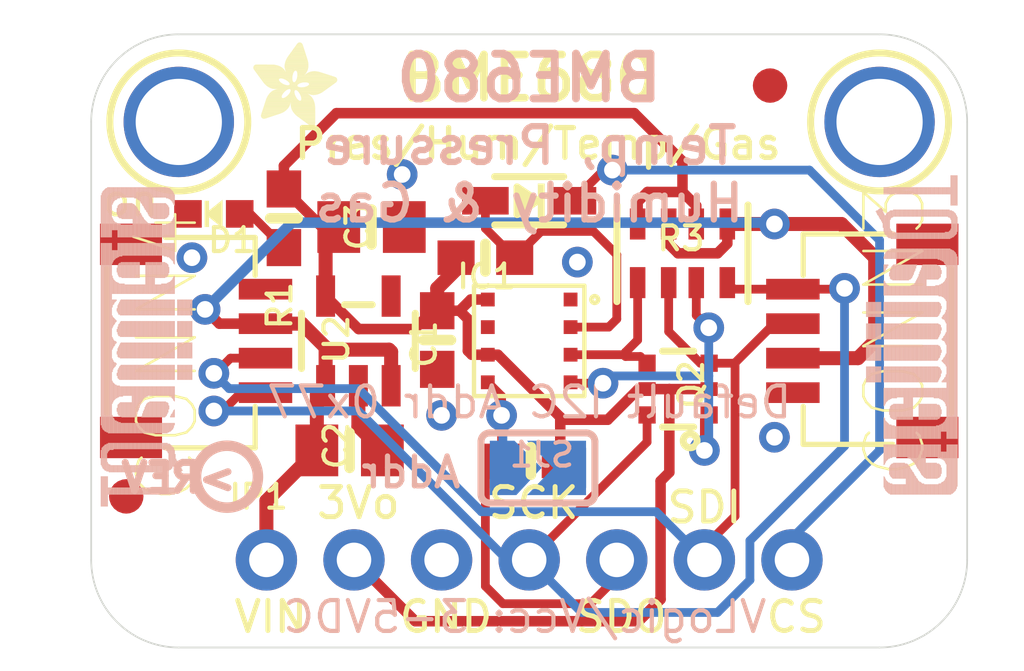
<source format=kicad_pcb>
(kicad_pcb (version 20211014) (generator pcbnew)
  (layers (0 "F.Cu" signal) (31 "B.Cu" signal) (34 "B.Paste" user) (35 "F.Paste" user) (36 "B.SilkS" user "B.Silkscreen") (37 "F.SilkS" user "F.Silkscreen") (38 "B.Mask" user) (39 "F.Mask" user) (44 "Edge.Cuts" user))
  (net 0 "")
  (net 1 "GND")
  (net 2 "3.3V")
  (net 3 "VCC")
  (net 4 "N$1")
  (net 5 "SDI_3V")
  (net 6 "SCK_3V")
  (net 7 "CS_3V")
  (net 8 "SDO/ADR")
  (net 9 "SDI/SDA")
  (net 10 "SCK/SCL")
  (net 11 "CS")
  (footprint "boardEagle:0603-NO" (layer "F.Cu") (at 147.2311 102.5906 180)
    (fp_text reference "R5" hide)
    (fp_text value "10K")
    (pad "1" smd rect (at -0.85 0 180) (size 1.075 1) (layers "F.Cu" "F.Paste" "F.Mask") (net 7 "CS_3V"))
    (pad "2" smd rect (at 0.85 0 180) (size 1.075 1) (layers "F.Cu" "F.Paste" "F.Mask") (net 2 "3.3V"))
  )
  (footprint "" (layer "F.Cu") (at 158.6611 111.3536)
    (fp_text reference "@HOLE1" hide)
    (fp_text value "" (at 0 0) (layer "F.SilkS") (effects (font (size 1.27 1.27))))
    (pad "" np_thru_hole circle (at 0 0) (size 2.54 2.54) (drill 2.54) (layers *.Cu *.Mask))
  )
  (footprint "boardEagle:MOUNTINGHOLE_2.5_PLATED" (layer "F.Cu") (at 138.3411 98.6536)
    (fp_text reference "U$1" hide)
    (fp_text value "MOUNTINGHOLE2.5" hide)
    (pad "P$1" thru_hole circle (at 0 0) (size 3.2 3.2) (drill 2.5) (layers *.Cu *.Mask))
  )
  (footprint "boardEagle:0805-NO" (layer "F.Cu") (at 143.2941 108.1786)
    (fp_text reference "C2" (at -0.381 -0.889 90) (layer "F.SilkS") (effects (font (size 0.692831 0.692831) (thickness 0.119969)) (justify right)))
    (fp_text value "10uF")
    (pad "1" smd rect (at -0.95 0) (size 1.24 1.5) (layers "F.Cu" "F.Paste" "F.Mask") (net 3 "VCC"))
    (pad "2" smd rect (at 0.95 0) (size 1.24 1.5) (layers "F.Cu" "F.Paste" "F.Mask") (net 1 "GND"))
  )
  (footprint "boardEagle:SOT363" (layer "F.Cu") (at 152.8191 106.4006 90)
    (fp_text reference "Q2" (at -0.635 0.381 90) (layer "F.SilkS") (effects (font (size 0.692831 0.692831) (thickness 0.119969)) (justify left)))
    (fp_text value "BSS138")
    (pad "1" smd rect (at -0.75 0.9 90) (size 0.5 0.5) (layers "F.Cu" "F.Paste" "F.Mask") (net 6 "SCK_3V"))
    (pad "2" smd rect (at 0 0.9 90) (size 0.4 0.5) (layers "F.Cu" "F.Paste" "F.Mask") (net 2 "3.3V"))
    (pad "3" smd rect (at 0.75 0.9 90) (size 0.5 0.5) (layers "F.Cu" "F.Paste" "F.Mask") (net 9 "SDI/SDA"))
    (pad "4" smd rect (at 0.75 -0.9 90) (size 0.5 0.5) (layers "F.Cu" "F.Paste" "F.Mask") (net 5 "SDI_3V"))
    (pad "5" smd rect (at 0 -0.9 90) (size 0.4 0.5) (layers "F.Cu" "F.Paste" "F.Mask") (net 2 "3.3V"))
    (pad "6" smd rect (at -0.75 -0.9 90) (size 0.5 0.5) (layers "F.Cu" "F.Paste" "F.Mask") (net 10 "SCK/SCL"))
  )
  (footprint "boardEagle:RESPACK_4X0603" (layer "F.Cu") (at 152.9461 102.4636 180)
    (fp_text reference "R3" (at -0.711 0.432) (layer "F.SilkS") (effects (font (size 0.692831 0.692831) (thickness 0.119969)) (justify right)))
    (fp_text value "10K")
    (pad "1" smd rect (at -1.3 0.85 180) (size 0.45 0.9) (layers "F.Cu" "F.Paste" "F.Mask") (net 3 "VCC"))
    (pad "2" smd rect (at -0.4 0.85 180) (size 0.45 0.9) (layers "F.Cu" "F.Paste" "F.Mask") (net 2 "3.3V"))
    (pad "3" smd rect (at 0.4 0.85 180) (size 0.45 0.9) (layers "F.Cu" "F.Paste" "F.Mask") (net 3 "VCC"))
    (pad "4" smd rect (at 1.3 0.85 180) (size 0.45 0.9) (layers "F.Cu" "F.Paste" "F.Mask") (net 2 "3.3V"))
    (pad "5" smd rect (at 1.3 -0.85 180) (size 0.45 0.9) (layers "F.Cu" "F.Paste" "F.Mask") (net 5 "SDI_3V"))
    (pad "6" smd rect (at 0.4 -0.85 180) (size 0.45 0.9) (layers "F.Cu" "F.Paste" "F.Mask") (net 9 "SDI/SDA"))
    (pad "7" smd rect (at -0.4 -0.85 180) (size 0.45 0.9) (layers "F.Cu" "F.Paste" "F.Mask") (net 6 "SCK_3V"))
    (pad "8" smd rect (at -1.3 -0.85 180) (size 0.45 0.9) (layers "F.Cu" "F.Paste" "F.Mask") (net 10 "SCK/SCL"))
  )
  (footprint "" (layer "F.Cu") (at 138.3411 111.3536)
    (fp_text reference "@HOLE0" hide)
    (fp_text value "" (at 0 0) (layer "F.SilkS") (effects (font (size 1.27 1.27))))
    (pad "" np_thru_hole circle (at 0 0) (size 2.54 2.54) (drill 2.54) (layers *.Cu *.Mask))
  )
  (footprint "boardEagle:0805-NO" (layer "F.Cu") (at 143.9291 101.7016)
    (fp_text reference "C3" (at -0.381 -0.762 90) (layer "F.SilkS") (effects (font (size 0.692831 0.692831) (thickness 0.119969)) (justify right)))
    (fp_text value "10uF")
    (pad "1" smd rect (at -0.95 0) (size 1.24 1.5) (layers "F.Cu" "F.Paste" "F.Mask") (net 2 "3.3V"))
    (pad "2" smd rect (at 0.95 0) (size 1.24 1.5) (layers "F.Cu" "F.Paste" "F.Mask") (net 1 "GND"))
  )
  (footprint "boardEagle:0603-NO" (layer "F.Cu") (at 145.8341 104.9782 -90)
    (fp_text reference "C1" (at -0.635 0.381 90) (layer "F.SilkS") (effects (font (size 0.692831 0.692831) (thickness 0.119969)) (justify right)))
    (fp_text value "0.1uF")
    (pad "1" smd rect (at -0.85 0 270) (size 1.075 1) (layers "F.Cu" "F.Paste" "F.Mask") (net 2 "3.3V"))
    (pad "2" smd rect (at 0.85 0 270) (size 1.075 1) (layers "F.Cu" "F.Paste" "F.Mask") (net 1 "GND"))
  )
  (footprint "boardEagle:SOT23-5" (layer "F.Cu") (at 143.5481 105.0036)
    (fp_text reference "U2" (at -0.635 -0.816 90) (layer "F.SilkS") (effects (font (size 0.692831 0.692831) (thickness 0.119969)) (justify right)))
    (fp_text value "AP2112K-3.3")
    (pad "1" smd rect (at -0.95 1.3001) (size 0.55 1.2) (layers "F.Cu" "F.Paste" "F.Mask") (net 3 "VCC"))
    (pad "2" smd rect (at 0 1.3001) (size 0.55 1.2) (layers "F.Cu" "F.Paste" "F.Mask") (net 1 "GND"))
    (pad "3" smd rect (at 0.95 1.3001) (size 0.55 1.2) (layers "F.Cu" "F.Paste" "F.Mask") (net 3 "VCC"))
    (pad "4" smd rect (at 0.95 -1.3001) (size 0.55 1.2) (layers "F.Cu" "F.Paste" "F.Mask"))
    (pad "5" smd rect (at -0.95 -1.3001) (size 0.55 1.2) (layers "F.Cu" "F.Paste" "F.Mask") (net 2 "3.3V"))
  )
  (footprint "boardEagle:CHIPLED_0603_NOOUTLINE" (layer "F.Cu") (at 139.3571 101.3206 90)
    (fp_text reference "D1" (at -0.762 1.27) (layer "F.SilkS") (effects (font (size 0.692831 0.692831) (thickness 0.119969)) (justify right)))
    (fp_text value "GREEN")
    (pad "A" smd rect (at 0 0.75 90) (size 0.8 0.8) (layers "F.Cu" "F.Paste" "F.Mask") (net 4 "N$1"))
    (pad "C" smd rect (at 0 -0.75 90) (size 0.8 0.8) (layers "F.Cu" "F.Paste" "F.Mask") (net 1 "GND"))
  )
  (footprint "boardEagle:ADAFRUIT_2.5MM" (layer "F.Cu") (at 140.5001 98.7806)
    (fp_text reference "U$4" hide)
    (fp_text value "" hide)
  )
  (footprint "boardEagle:JST_SH4" (layer "F.Cu") (at 158.6611 105.0036 90)
    (fp_text reference "CONN3" (at -4.092 0.45 90) (layer "F.SilkS") (effects (font (size 1.703222 1.703222) (thickness 0.074778)) (justify left)))
    (fp_text value "STEMMA_I2C_QT" hide)
    (pad "1" smd rect (at -1.5 -2.514 180) (size 1.55 0.6) (layers "F.Cu" "F.Paste" "F.Mask") (net 1 "GND"))
    (pad "2" smd rect (at -0.5 -2.514 180) (size 1.55 0.6) (layers "F.Cu" "F.Paste" "F.Mask") (net 3 "VCC"))
    (pad "3" smd rect (at 0.5 -2.514 180) (size 1.55 0.6) (layers "F.Cu" "F.Paste" "F.Mask") (net 9 "SDI/SDA"))
    (pad "4" smd rect (at 1.5 -2.514 180) (size 1.55 0.6) (layers "F.Cu" "F.Paste" "F.Mask") (net 10 "SCK/SCL"))
    (pad "MT1" smd rect (at -2.8 1.386 180) (size 1.8 1.2) (layers "F.Cu" "F.Paste" "F.Mask"))
    (pad "MT2" smd rect (at 2.8 1.386 180) (size 1.8 1.2) (layers "F.Cu" "F.Paste" "F.Mask"))
  )
  (footprint "boardEagle:SOD-323" (layer "F.Cu") (at 148.5011 100.9396 180)
    (fp_text reference "D2" hide)
    (fp_text value "1N4148")
    (pad "A" smd rect (at 1.27 0 180) (size 1.35 0.8) (layers "F.Cu" "F.Paste" "F.Mask") (net 7 "CS_3V"))
    (pad "C" smd rect (at -1.27 0 180) (size 1.35 0.8) (layers "F.Cu" "F.Paste" "F.Mask") (net 11 "CS"))
  )
  (footprint "boardEagle:BME680" (layer "F.Cu") (at 148.5011 105.0036)
    (fp_text reference "IC1" (at -2.16 -1.868) (layer "F.SilkS") (effects (font (size 0.692831 0.692831) (thickness 0.119969)) (justify left)))
    (fp_text value "BME680")
    (pad "1" smd rect (at 1.2 -1.2) (size 0.4 0.4) (layers "F.Cu" "F.Paste" "F.Mask") (net 1 "GND"))
    (pad "2" smd rect (at 1.2 -0.4) (size 0.4 0.4) (layers "F.Cu" "F.Paste" "F.Mask") (net 7 "CS_3V"))
    (pad "3" smd rect (at 1.2 0.4) (size 0.4 0.4) (layers "F.Cu" "F.Paste" "F.Mask") (net 5 "SDI_3V"))
    (pad "4" smd rect (at 1.2 1.2) (size 0.4 0.4) (layers "F.Cu" "F.Paste" "F.Mask") (net 6 "SCK_3V"))
    (pad "5" smd rect (at -1.2 1.2) (size 0.4 0.4) (layers "F.Cu" "F.Paste" "F.Mask") (net 8 "SDO/ADR"))
    (pad "6" smd rect (at -1.2 0.4) (size 0.4 0.4) (layers "F.Cu" "F.Paste" "F.Mask") (net 2 "3.3V"))
    (pad "7" smd rect (at -1.2 -0.4) (size 0.4 0.4) (layers "F.Cu" "F.Paste" "F.Mask") (net 1 "GND"))
    (pad "8" smd rect (at -1.2 -1.2) (size 0.4 0.4) (layers "F.Cu" "F.Paste" "F.Mask") (net 2 "3.3V"))
  )
  (footprint "boardEagle:JST_SH4" (layer "F.Cu") (at 138.3411 105.0036 -90)
    (fp_text reference "CONN4" (at -3.965 0.323 90) (layer "F.SilkS") (effects (font (size 1.703222 1.703222) (thickness 0.074778)) (justify right)))
    (fp_text value "STEMMA_I2C_QT" hide)
    (pad "1" smd rect (at -1.5 -2.514) (size 1.55 0.6) (layers "F.Cu" "F.Paste" "F.Mask") (net 1 "GND"))
    (pad "2" smd rect (at -0.5 -2.514) (size 1.55 0.6) (layers "F.Cu" "F.Paste" "F.Mask") (net 3 "VCC"))
    (pad "3" smd rect (at 0.5 -2.514) (size 1.55 0.6) (layers "F.Cu" "F.Paste" "F.Mask") (net 9 "SDI/SDA"))
    (pad "4" smd rect (at 1.5 -2.514) (size 1.55 0.6) (layers "F.Cu" "F.Paste" "F.Mask") (net 10 "SCK/SCL"))
    (pad "MT1" smd rect (at -2.8 1.386) (size 1.8 1.2) (layers "F.Cu" "F.Paste" "F.Mask"))
    (pad "MT2" smd rect (at 2.8 1.386) (size 1.8 1.2) (layers "F.Cu" "F.Paste" "F.Mask"))
  )
  (footprint "boardEagle:1X07_ROUND_70" (layer "F.Cu") (at 148.5011 111.3536)
    (fp_text reference "JP1" (at -8.9662 -1.8288) (layer "F.SilkS") (effects (font (size 0.692831 0.692831) (thickness 0.119969)) (justify left)))
    (fp_text value "")
    (pad "1" thru_hole circle (at -7.62 0 90) (size 1.778 1.778) (drill 1) (layers *.Cu *.Mask) (net 3 "VCC"))
    (pad "2" thru_hole circle (at -5.08 0 90) (size 1.778 1.778) (drill 1) (layers *.Cu *.Mask) (net 2 "3.3V"))
    (pad "3" thru_hole circle (at -2.54 0 90) (size 1.778 1.778) (drill 1) (layers *.Cu *.Mask) (net 1 "GND"))
    (pad "4" thru_hole circle (at 0 0 90) (size 1.778 1.778) (drill 1) (layers *.Cu *.Mask) (net 10 "SCK/SCL"))
    (pad "5" thru_hole circle (at 2.54 0 90) (size 1.778 1.778) (drill 1) (layers *.Cu *.Mask) (net 8 "SDO/ADR"))
    (pad "6" thru_hole circle (at 5.08 0 90) (size 1.778 1.778) (drill 1) (layers *.Cu *.Mask) (net 9 "SDI/SDA"))
    (pad "7" thru_hole circle (at 7.62 0 90) (size 1.778 1.778) (drill 1) (layers *.Cu *.Mask) (net 11 "CS"))
  )
  (footprint "boardEagle:MOUNTINGHOLE_2.5_PLATED" (layer "F.Cu") (at 158.6611 98.6536)
    (fp_text reference "U$17" hide)
    (fp_text value "MOUNTINGHOLE2.5" hide)
    (pad "P$1" thru_hole circle (at 0 0) (size 3.2 3.2) (drill 2.5) (layers *.Cu *.Mask))
  )
  (footprint "boardEagle:0603-NO" (layer "F.Cu") (at 141.3891 101.4476 -90)
    (fp_text reference "R1" (at 1.778 0.127 90) (layer "F.SilkS") (effects (font (size 0.692831 0.692831) (thickness 0.119969)) (justify right)))
    (fp_text value "10K")
    (pad "1" smd rect (at -0.85 0 270) (size 1.075 1) (layers "F.Cu" "F.Paste" "F.Mask") (net 2 "3.3V"))
    (pad "2" smd rect (at 0.85 0 270) (size 1.075 1) (layers "F.Cu" "F.Paste" "F.Mask") (net 4 "N$1"))
  )
  (footprint "boardEagle:0603-NO" (layer "F.Cu") (at 148.5519 108.4834)
    (fp_text reference "R4" hide)
    (fp_text value "10K")
    (pad "1" smd rect (at -0.85 0) (size 1.075 1) (layers "F.Cu" "F.Paste" "F.Mask") (net 8 "SDO/ADR"))
    (pad "2" smd rect (at 0.85 0) (size 1.075 1) (layers "F.Cu" "F.Paste" "F.Mask") (net 2 "3.3V"))
  )
  (footprint "boardEagle:FIDUCIAL_1MM" (layer "F.Cu") (at 136.8171 109.5121)
    (fp_text reference "FID3" hide)
    (fp_text value "FIDUCIAL_1MM" hide)
    (pad "1" smd roundrect (at 0 0) (size 1 1) (layers "F.Cu" "F.Mask") (roundrect_rratio 0.5))
  )
  (footprint "boardEagle:FIDUCIAL_1MM" (layer "F.Cu") (at 155.4861 97.5995)
    (fp_text reference "FID4" hide)
    (fp_text value "FIDUCIAL_1MM" hide)
    (pad "1" smd roundrect (at 0 0) (size 1 1) (layers "F.Cu" "F.Mask") (roundrect_rratio 0.5))
  )
  (footprint "boardEagle:PCBFEAT-REV-040" (layer "B.Cu") (at 139.7381 108.9406 180)
    (fp_text reference "U$25" hide)
    (fp_text value "" hide)
    (fp_text user ">REV" (at -0.3556 -0.508) (layer "B.SilkS") (effects (font (size 0.8128 0.8128) (thickness 0.2032)) (justify left bottom mirror)))
  )
  (footprint "boardEagle:STEMMAQT" (layer "B.Cu") (at 138.7221 100.5586 -90)
    (fp_text reference "U$31" hide)
    (fp_text value "" hide)
  )
  (footprint "boardEagle:SOLDERJUMPER_ARROW_NOPASTE" (layer "B.Cu") (at 148.7551 108.6866)
    (fp_text reference "SJ1" (at -0.889 -0.381) (layer "B.SilkS") (effects (font (size 0.692831 0.692831) (thickness 0.119969)) (justify right mirror)))
    (fp_text value "")
    (fp_poly (pts (xy 1.3946 -0.7882) (xy -0.315893 -0.7882) (xy 0.443148 0) (xy -0.315893 0.7882) (xy 1.3946 0.7882)) (layer "B.Cu") (width 0) (fill solid))
    (fp_poly (pts (xy 0.106121 -0.002663) (xy -0.679416 -0.7882) (xy -1.3946 -0.7882) (xy -1.3946 0.7882) (xy -0.62715 0.7882)) (layer "B.Cu") (width 0) (fill solid))
    (pad "1" smd roundrect (at -1.016 0) (size 0.762 1.524) (layers "B.Cu") (net 8 "SDO/ADR"))
    (pad "2" smd roundrect (at 1.016 0) (size 0.762 1.524) (layers "B.Cu") (net 1 "GND"))
  )
  (footprint "boardEagle:STEMMAQT" (layer "B.Cu") (at 158.2801 109.4486 90)
    (fp_text reference "U$30" hide)
    (fp_text value "" hide)
  )
  (gr_arc (start 158.6611 96.1136) (mid 160.457151 96.857549) (end 161.2011 98.6536) (layer "Edge.Cuts") (width 0.05))
  (gr_arc (start 138.3411 113.8936) (mid 136.545049 113.149651) (end 135.8011 111.3536) (layer "Edge.Cuts") (width 0.05))
  (gr_line (start 135.8011 98.6536) (end 135.8011 111.3536) (layer "Edge.Cuts") (width 0.05))
  (gr_line (start 161.2011 111.3536) (end 161.2011 98.6536) (layer "Edge.Cuts") (width 0.05))
  (gr_line (start 158.6611 96.1136) (end 138.3411 96.1136) (layer "Edge.Cuts") (width 0.05))
  (gr_line (start 138.3411 113.8936) (end 158.6611 113.8936) (layer "Edge.Cuts") (width 0.05))
  (gr_arc (start 161.2011 111.3536) (mid 160.457151 113.149651) (end 158.6611 113.8936) (layer "Edge.Cuts") (width 0.05))
  (gr_arc (start 135.8011 98.6536) (mid 136.545049 96.857549) (end 138.3411 96.1136) (layer "Edge.Cuts") (width 0.05))
  (gr_text "BME680" (at 148.5011 97.3836) (layer "B.SilkS") (effects (font (size 1.2954 1.2954) (thickness 0.2286)) (justify mirror)))
  (gr_text "Temp, Pressure\nHumidity & Gas" (at 148.5011 100.1776) (layer "B.SilkS") (effects (font (size 1.03632 1.03632) (thickness 0.18288)) (justify mirror)))
  (gr_text "Addr" (at 145.0721 108.8136) (layer "B.SilkS") (effects (font (size 0.8636 0.8636) (thickness 0.1524)) (justify mirror)))
  (gr_text "Default I2C Addr 0x77" (at 148.5011 106.7816) (layer "B.SilkS") (effects (font (size 0.89408 0.89408) (thickness 0.12192)) (justify mirror)))
  (gr_text "VLogic/Vcc: 3-5VDC" (at 148.3741 113.0046) (layer "B.SilkS") (effects (font (size 0.89408 0.89408) (thickness 0.12192)) (justify mirror)))
  (gr_text "3Vo" (at 143.5481 109.7026) (layer "F.SilkS") (effects (font (size 0.87376 0.87376) (thickness 0.14224))))
  (gr_text "on" (at 136.0551 101.4476) (layer "F.SilkS") (effects (font (size 0.89408 0.89408) (thickness 0.12192)) (justify left bottom)))
  (gr_text "Pres/Hum/Temp/Gas" (at 148.7551 99.2886) (layer "F.SilkS") (effects (font (size 0.8636 0.8636) (thickness 0.1524))))
  (gr_text "VIN" (at 141.0081 113.0046) (layer "F.SilkS") (effects (font (size 0.87376 0.87376) (thickness 0.14224))))
  (gr_text "GND" (at 146.0881 113.0046) (layer "F.SilkS") (effects (font (size 0.87376 0.87376) (thickness 0.14224))))
  (gr_text "SCK" (at 148.6281 109.7026) (layer "F.SilkS") (effects (font (size 0.87376 0.87376) (thickness 0.14224))))
  (gr_text "BME680" (at 148.5011 97.3836) (layer "F.SilkS") (effects (font (size 1.25222 1.25222) (thickness 0.22098))))
  (gr_text "CS" (at 156.2481 113.0046) (layer "F.SilkS") (effects (font (size 0.87376 0.87376) (thickness 0.14224))))
  (gr_text "SDO" (at 151.1681 113.0046) (layer "F.SilkS") (effects (font (size 0.87376 0.87376) (thickness 0.14224))))
  (gr_text "SDI" (at 153.5811 109.8296) (layer "F.SilkS") (effects (font (size 0.87376 0.87376) (thickness 0.14224))))
  (segment (start 143.5481 107.4826) (end 144.2441 108.1786) (width 0.4064) (layer "F.Cu") (net 1))
  (segment (start 143.5481 106.3037) (end 143.5481 107.4826) (width 0.4064) (layer "F.Cu") (net 1))
  (via (at 149.8981 102.7176) (size 0.889) (drill 0.4826) (layers "F.Cu" "B.Cu") (net 1))
  (via (at 144.8181 100.1776) (size 0.889) (drill 0.4826) (layers "F.Cu" "B.Cu") (net 1))
  (via (at 155.6131 107.7976) (size 0.889) (drill 0.4826) (layers "F.Cu" "B.Cu") (net 1))
  (via (at 138.7221 102.5906) (size 0.889) (drill 0.4826) (layers "F.Cu" "B.Cu") (net 1))
  (via (at 145.9611 107.1626) (size 0.889) (drill 0.4826) (layers "F.Cu" "B.Cu") (net 1))
  (segment (start 146.7231 105.291) (end 146.8357 105.4036) (width 0.3048) (layer "F.Cu") (net 2))
  (segment (start 151.9191 106.4006) (end 151.9017 106.418) (width 0.3048) (layer "F.Cu") (net 2))
  (segment (start 149.4019 107.2896) (end 149.4019 108.4834) (width 0.3048) (layer "F.Cu") (net 2))
  (segment (start 146.8357 105.4036) (end 147.3011 105.4036) (width 0.3048) (layer "F.Cu") (net 2))
  (segment (start 142.9131 98.3996) (end 151.5491 98.3996) (width 0.3048) (layer "F.Cu") (net 2))
  (segment (start 152.3111 112.4966) (end 152.3111 109.0676) (width 0.3048) (layer "F.Cu") (net 2))
  (segment (start 151.9301 100.6856) (end 151.6461 100.9696) (width 0.3048) (layer "F.Cu") (net 2))
  (segment (start 142.5981 103.7035) (end 143.5537 104.6591) (width 0.3048) (layer "F.Cu") (net 2))
  (segment (start 142.5981 102.0826) (end 142.9791 101.7016) (width 0.4064) (layer "F.Cu") (net 2))
  (segment (start 141.3891 100.5976) (end 141.3891 99.9236) (width 0.3048) (layer "F.Cu") (net 2))
  (segment (start 143.4211 111.3536) (end 145.1991 113.1316) (width 0.3048) (layer "F.Cu") (net 2))
  (segment (start 141.3891 100.5976) (end 142.4931 101.7016) (width 0.3048) (layer "F.Cu") (net 2))
  (segment (start 151.6461 100.9696) (end 151.6461 101.6136) (width 0.3048) (layer "F.Cu") (net 2))
  (segment (start 152.5651 106.4006) (end 153.7191 106.4006) (width 0.3048) (layer "F.Cu") (net 2))
  (segment (start 143.5537 104.6591) (end 145.1762 104.6591) (width 0.3048) (layer "F.Cu") (net 2))
  (segment (start 145.8341 104.1282) (end 145.8341 103.4796) (width 0.4064) (layer "F.Cu") (net 2))
  (segment (start 151.6761 113.1316) (end 152.3111 112.4966) (width 0.3048) (layer "F.Cu") (net 2))
  (segment (start 152.9461 100.6856) (end 151.9301 100.6856) (width 0.3048) (layer "F.Cu") (net 2))
  (segment (start 152.5651 108.8136) (end 152.5651 106.4006) (width 0.3048) (layer "F.Cu") (net 2))
  (segment (start 147.3011 103.8036) (end 146.8073 103.8036) (width 0.3048) (layer "F.Cu") (net 2))
  (segment (start 152.9461 99.7966) (end 152.9461 100.6856) (width 0.3048) (layer "F.Cu") (net 2))
  (segment (start 147.5921 105.4036) (end 149.4019 107.2134) (width 0.3048) (layer "F.Cu") (net 2))
  (segment (start 152.3111 109.0676) (end 152.5651 108.8136) (width 0.3048) (layer "F.Cu") (net 2))
  (segment (start 149.4019 107.2134) (end 149.4019 107.2896) (width 0.3048) (layer "F.Cu") (net 2))
  (segment (start 142.4931 101.7016) (end 142.9791 101.7016) (width 0.3048) (layer "F.Cu") (net 2))
  (segment (start 146.4827 104.1282) (end 146.7231 104.3686) (width 0.3048) (layer "F.Cu") (net 2))
  (segment (start 142.5981 103.7035) (end 142.5981 102.0826) (width 0.4064) (layer "F.Cu") (net 2))
  (segment (start 151.648806 106.418) (end 150.777206 107.2896) (width 0.3048) (layer "F.Cu") (net 2))
  (segment (start 145.8341 103.4796) (end 146.3811 102.9326) (width 0.4064) (layer "F.Cu") (net 2))
  (segment (start 146.3811 102.9326) (end 146.3811 102.5906) (width 0.4064) (layer "F.Cu") (net 2))
  (segment (start 141.3891 99.9236) (end 142.9131 98.3996) (width 0.3048) (layer "F.Cu") (net 2))
  (segment (start 150.777206 107.2896) (end 149.4019 107.2896) (width 0.3048) (layer "F.Cu") (net 2))
  (segment (start 147.3011 105.4036) (end 147.5921 105.4036) (width 0.3048) (layer "F.Cu") (net 2))
  (segment (start 151.9191 106.4006) (end 152.5651 106.4006) (width 0.3048) (layer "F.Cu") (net 2))
  (segment (start 153.3461 101.0856) (end 152.9461 100.6856) (width 0.3048) (layer "F.Cu") (net 2))
  (segment (start 145.7071 104.1282) (end 145.8341 104.1282) (width 0.3048) (layer "F.Cu") (net 2))
  (segment (start 145.7071 104.1282) (end 145.1762 104.6591) (width 0.3048) (layer "F.Cu") (net 2))
  (segment (start 153.3461 101.6136) (end 153.3461 101.0856) (width 0.3048) (layer "F.Cu") (net 2))
  (segment (start 145.1991 113.1316) (end 151.6761 113.1316) (width 0.3048) (layer "F.Cu") (net 2))
  (segment (start 146.7231 104.3686) (end 146.7231 105.291) (width 0.3048) (layer "F.Cu") (net 2))
  (segment (start 146.8073 103.8036) (end 146.4827 104.1282) (width 0.3048) (layer "F.Cu") (net 2))
  (segment (start 151.5491 98.3996) (end 152.9461 99.7966) (width 0.3048) (layer "F.Cu") (net 2))
  (segment (start 151.9017 106.418) (end 151.648806 106.418) (width 0.3048) (layer "F.Cu") (net 2))
  (segment (start 146.4827 104.1282) (end 145.8341 104.1282) (width 0.3048) (layer "F.Cu") (net 2))
  (segment (start 140.8551 104.5036) (end 139.5175 104.5036) (width 0.3048) (layer "F.Cu") (net 3))
  (segment (start 157.5571 101.6136) (end 158.5341 102.5906) (width 0.4064) (layer "F.Cu") (net 3))
  (segment (start 155.6131 101.6136) (end 157.5571 101.6136) (width 0.4064) (layer "F.Cu") (net 3))
  (segment (start 142.3441 106.5577) (end 142.3441 108.1786) (width 0.4064) (layer "F.Cu") (net 3))
  (segment (start 153.9621 102.4636) (end 154.2461 102.1796) (width 0.3048) (layer "F.Cu") (net 3))
  (segment (start 144.4981 105.3186) (end 144.4371 105.2576) (width 0.4064) (layer "F.Cu") (net 3))
  (segment (start 141.9101 104.5036) (end 142.5981 105.1916) (width 0.4064) (layer "F.Cu") (net 3))
  (segment (start 142.5981 105.1916) (end 142.7251 105.3186) (width 0.4064) (layer "F.Cu") (net 3))
  (segment (start 152.8191 102.4636) (end 153.9621 102.4636) (width 0.3048) (layer "F.Cu") (net 3))
  (segment (start 158.5341 105.0036) (end 158.0341 105.5036) (width 0.4064) (layer "F.Cu") (net 3))
  (segment (start 154.2461 102.1796) (end 154.2461 101.6136) (width 0.3048) (layer "F.Cu") (net 3))
  (segment (start 154.2461 101.6136) (end 155.6131 101.6136) (width 0.4064) (layer "F.Cu") (net 3))
  (segment (start 158.0341 105.5036) (end 156.1471 105.5036) (width 0.4064) (layer "F.Cu") (net 3))
  (segment (start 142.7861 105.2576) (end 142.7251 105.3186) (width 0.4064) (layer "F.Cu") (net 3))
  (segment (start 139.5175 104.5036) (end 139.1031 104.0892) (width 0.3048) (layer "F.Cu") (net 3))
  (segment (start 140.8811 111.3536) (end 140.8811 109.6416) (width 0.4064) (layer "F.Cu") (net 3))
  (segment (start 152.5461 102.1906) (end 152.8191 102.4636) (width 0.3048) (layer "F.Cu") (net 3))
  (segment (start 140.8551 104.5036) (end 141.9101 104.5036) (width 0.4064) (layer "F.Cu") (net 3))
  (segment (start 140.8811 109.6416) (end 142.3441 108.1786) (width 0.4064) (layer "F.Cu") (net 3))
  (segment (start 144.4371 105.2576) (end 142.7861 105.2576) (width 0.4064) (layer "F.Cu") (net 3))
  (segment (start 142.5981 105.1916) (end 142.5981 106.3037) (width 0.4064) (layer "F.Cu") (net 3))
  (segment (start 152.5461 101.6136) (end 152.5461 102.1906) (width 0.3048) (layer "F.Cu") (net 3))
  (segment (start 144.4981 106.3037) (end 144.4981 105.3186) (width 0.4064) (layer "F.Cu") (net 3))
  (segment (start 142.5981 106.3037) (end 142.3441 106.5577) (width 0.4064) (layer "F.Cu") (net 3))
  (segment (start 158.5341 102.5906) (end 158.5341 105.0036) (width 0.4064) (layer "F.Cu") (net 3))
  (via (at 139.1031 104.0892) (size 0.889) (drill 0.4826) (layers "F.Cu" "B.Cu") (net 3))
  (via (at 155.6131 101.6136) (size 0.889) (drill 0.4826) (layers "F.Cu" "B.Cu") (net 3))
  (segment (start 141.6177 101.5746) (end 155.6131 101.5746) (width 0.3048) (layer "B.Cu") (net 3))
  (segment (start 155.6131 101.5746) (end 155.6131 101.6136) (width 0.3048) (layer "B.Cu") (net 3))
  (segment (start 139.1031 104.0892) (end 141.6177 101.5746) (width 0.3048) (layer "B.Cu") (net 3))
  (segment (start 140.4121 101.3206) (end 141.3891 102.2976) (width 0.254) (layer "F.Cu") (net 4))
  (segment (start 140.1071 101.3206) (end 140.4121 101.3206) (width 0.254) (layer "F.Cu") (net 4))
  (segment (start 151.2951 105.3286) (end 151.2951 105.4036) (width 0.254) (layer "F.Cu") (net 5))
  (segment (start 151.7241 105.4556) (end 151.9191 105.6506) (width 0.254) (layer "F.Cu") (net 5))
  (segment (start 149.7011 105.4036) (end 151.2951 105.4036) (width 0.254) (layer "F.Cu") (net 5))
  (segment (start 151.3471 105.4036) (end 151.2951 105.4036) (width 0.254) (layer "F.Cu") (net 5))
  (segment (start 151.3471 105.4036) (end 151.2951 105.4556) (width 0.254) (layer "F.Cu") (net 5))
  (segment (start 151.6461 103.3136) (end 151.6461 104.9776) (width 0.254) (layer "F.Cu") (net 5))
  (segment (start 151.6461 104.9776) (end 151.2951 105.3286) (width 0.254) (layer "F.Cu") (net 5))
  (segment (start 151.2951 105.4556) (end 151.7241 105.4556) (width 0.254) (layer "F.Cu") (net 5))
  (segment (start 153.3461 104.2606) (end 153.7081 104.6226) (width 0.254) (layer "F.Cu") (net 6))
  (segment (start 153.3461 103.3136) (end 153.3461 104.2606) (width 0.254) (layer "F.Cu") (net 6))
  (segment (start 153.5811 107.2886) (end 153.7191 107.1506) (width 0.254) (layer "F.Cu") (net 6))
  (segment (start 150.6404 106.2303) (end 149.7278 106.2303) (width 0.254) (layer "F.Cu") (net 6))
  (segment (start 149.7011 106.2036) (end 149.7278 106.2303) (width 0.254) (layer "F.Cu") (net 6))
  (segment (start 153.5811 108.1786) (end 153.5811 107.2886) (width 0.254) (layer "F.Cu") (net 6))
  (via (at 150.6404 106.2303) (size 0.889) (drill 0.4826) (layers "F.Cu" "B.Cu") (net 6))
  (via (at 153.7081 104.6226) (size 0.889) (drill 0.4826) (layers "F.Cu" "B.Cu") (net 6))
  (via (at 153.5811 108.1786) (size 0.889) (drill 0.4826) (layers "F.Cu" "B.Cu") (net 6))
  (segment (start 153.7081 108.0516) (end 153.5811 108.1786) (width 0.254) (layer "B.Cu") (net 6))
  (segment (start 150.8511 106.0196) (end 153.7081 106.0196) (width 0.254) (layer "B.Cu") (net 6))
  (segment (start 153.7081 104.6226) (end 153.7081 106.0196) (width 0.254) (layer "B.Cu") (net 6))
  (segment (start 153.7081 106.0196) (end 153.7081 108.0516) (width 0.254) (layer "B.Cu") (net 6))
  (segment (start 150.6404 106.2303) (end 150.8511 106.0196) (width 0.254) (layer "B.Cu") (net 6))
  (segment (start 147.2311 100.9396) (end 147.2311 101.7406) (width 0.254) (layer "F.Cu") (net 7))
  (segment (start 150.3671 101.8286) (end 148.8431 101.8286) (width 0.254) (layer "F.Cu") (net 7))
  (segment (start 151.0411 104.3686) (end 151.0411 102.5026) (width 0.254) (layer "F.Cu") (net 7))
  (segment (start 151.0411 102.5026) (end 150.3671 101.8286) (width 0.254) (layer "F.Cu") (net 7))
  (segment (start 149.7011 104.6036) (end 150.8061 104.6036) (width 0.254) (layer "F.Cu") (net 7))
  (segment (start 151.0411 104.3686) (end 150.8061 104.6036) (width 0.254) (layer "F.Cu") (net 7))
  (segment (start 148.8431 101.8286) (end 148.0811 102.5906) (width 0.254) (layer "F.Cu") (net 7))
  (segment (start 148.0811 102.5906) (end 147.2311 101.7406) (width 0.254) (layer "F.Cu") (net 7))
  (segment (start 147.701 108.4843) (end 147.2311 108.9542) (width 0.254) (layer "F.Cu") (net 8))
  (segment (start 147.701 107.1626) (end 147.701 108.4843) (width 0.254) (layer "F.Cu") (net 8))
  (segment (start 147.7019 108.4834) (end 147.701 108.4843) (width 0.254) (layer "F.Cu") (net 8))
  (segment (start 147.2311 112.1156) (end 147.7391 112.6236) (width 0.254) (layer "F.Cu") (net 8))
  (segment (start 147.701 106.6035) (end 147.701 107.1626) (width 0.254) (layer "F.Cu") (net 8))
  (segment (start 150.2791 112.6236) (end 151.0411 111.8616) (width 0.254) (layer "F.Cu") (net 8))
  (segment (start 151.0411 111.8616) (end 151.0411 111.3536) (width 0.254) (layer "F.Cu") (net 8))
  (segment (start 147.3011 106.2036) (end 147.701 106.6035) (width 0.254) (layer "F.Cu") (net 8))
  (segment (start 147.7391 112.6236) (end 150.2791 112.6236) (width 0.254) (layer "F.Cu") (net 8))
  (segment (start 147.2311 108.9542) (end 147.2311 112.1156) (width 0.254) (layer "F.Cu") (net 8))
  (via (at 147.701 107.1626) (size 0.889) (drill 0.4826) (layers "F.Cu" "B.Cu") (net 8))
  (segment (start 147.7391 108.6866) (end 147.7391 107.2007) (width 0.254) (layer "B.Cu") (net 8))
  (segment (start 147.7391 107.2007) (end 147.701 107.1626) (width 0.254) (layer "B.Cu") (net 8))
  (segment (start 152.5461 103.3136) (end 152.5461 104.7316) (width 0.254) (layer "F.Cu") (net 9))
  (segment (start 139.3993 105.9434) (end 139.3571 105.9434) (width 0.254) (layer "F.Cu") (net 9))
  (segment (start 154.4701 110.0836) (end 154.4701 105.6626) (width 0.254) (layer "F.Cu") (net 9))
  (segment (start 153.4651 105.6506) (end 152.5461 104.7316) (width 0.254) (layer "F.Cu") (net 9))
  (segment (start 139.8391 105.5036) (end 139.3993 105.9434) (width 0.254) (layer "F.Cu") (net 9))
  (segment (start 154.4581 105.6506) (end 153.7191 105.6506) (width 0.254) (layer "F.Cu") (net 9))
  (segment (start 155.6051 104.5036) (end 154.4581 105.6506) (width 0.254) (layer "F.Cu") (net 9))
  (segment (start 154.4701 105.6626) (end 154.4581 105.6506) (width 0.254) (layer "F.Cu") (net 9))
  (segment (start 153.5811 110.9726) (end 154.4701 110.0836) (width 0.254) (layer "F.Cu") (net 9))
  (segment (start 140.8551 105.5036) (end 139.8391 105.5036) (width 0.254) (layer "F.Cu") (net 9))
  (segment (start 153.5811 111.3536) (end 153.5811 110.9726) (width 0.254) (layer "F.Cu") (net 9))
  (segment (start 153.4651 105.6506) (end 153.7191 105.6506) (width 0.254) (layer "F.Cu") (net 9))
  (segment (start 156.1471 104.5036) (end 155.6051 104.5036) (width 0.254) (layer "F.Cu") (net 9))
  (via (at 139.3571 105.9434) (size 0.889) (drill 0.4826) (layers "F.Cu" "B.Cu") (net 9))
  (segment (start 143.546981 106.3879) (end 147.115681 109.9566) (width 0.254) (layer "B.Cu") (net 9))
  (segment (start 143.546981 106.3879) (end 139.8016 106.3879) (width 0.254) (layer "B.Cu") (net 9))
  (segment (start 139.3571 105.9434) (end 139.8016 106.3879) (width 0.254) (layer "B.Cu") (net 9))
  (segment (start 152.1841 109.9566) (end 153.5811 111.3536) (width 0.254) (layer "B.Cu") (net 9))
  (segment (start 147.115681 109.9566) (end 152.1841 109.9566) (width 0.254) (layer "B.Cu") (net 9))
  (segment (start 157.6211 103.5036) (end 157.6451 103.4796) (width 0.254) (layer "F.Cu") (net 10))
  (segment (start 140.1431 106.5036) (end 139.6111 107.0356) (width 0.254) (layer "F.Cu") (net 10))
  (segment (start 151.9191 107.1506) (end 151.9191 107.9356) (width 0.254) (layer "F.Cu") (net 10))
  (segment (start 140.8551 106.5036) (end 140.1431 106.5036) (width 0.254) (layer "F.Cu") (net 10))
  (segment (start 154.4361 103.5036) (end 154.2461 103.3136) (width 0.254) (layer "F.Cu") (net 10))
  (segment (start 156.1471 103.5036) (end 157.6211 103.5036) (width 0.254) (layer "F.Cu") (net 10))
  (segment (start 139.6111 107.0356) (end 139.3571 107.0356) (width 0.254) (layer "F.Cu") (net 10))
  (segment (start 156.1471 103.5036) (end 154.4361 103.5036) (width 0.254) (layer "F.Cu") (net 10))
  (segment (start 151.9191 107.9356) (end 148.5011 111.3536) (width 0.254) (layer "F.Cu") (net 10))
  (via (at 157.6451 103.4796) (size 0.889) (drill 0.4826) (layers "F.Cu" "B.Cu") (net 10))
  (via (at 139.3571 107.0356) (size 0.889) (drill 0.4826) (layers "F.Cu" "B.Cu") (net 10))
  (segment (start 150.0251 112.8776) (end 153.9621 112.8776) (width 0.254) (layer "B.Cu") (net 10))
  (segment (start 154.9019 110.7948) (end 157.6451 108.0516) (width 0.254) (layer "B.Cu") (net 10))
  (segment (start 153.9621 112.8776) (end 154.9019 111.9378) (width 0.254) (layer "B.Cu") (net 10))
  (segment (start 157.6451 103.4796) (end 157.6451 108.0516) (width 0.254) (layer "B.Cu") (net 10))
  (segment (start 139.3571 107.0356) (end 143.5481 107.0356) (width 0.254) (layer "B.Cu") (net 10))
  (segment (start 147.8661 111.3536) (end 143.5481 107.0356) (width 0.254) (layer "B.Cu") (net 10))
  (segment (start 154.9019 111.9378) (end 154.9019 110.7948) (width 0.254) (layer "B.Cu") (net 10))
  (segment (start 148.5011 111.3536) (end 150.0251 112.8776) (width 0.254) (layer "B.Cu") (net 10))
  (segment (start 147.8661 111.3536) (end 148.5011 111.3536) (width 0.254) (layer "B.Cu") (net 10))
  (segment (start 149.7711 100.9396) (end 150.6601 100.0506) (width 0.254) (layer "F.Cu") (net 11))
  (segment (start 150.6601 100.0506) (end 150.9141 100.0506) (width 0.254) (layer "F.Cu") (net 11))
  (via (at 150.9141 100.0506) (size 0.889) (drill 0.4826) (layers "F.Cu" "B.Cu") (net 11))
  (segment (start 156.6291 100.0506) (end 158.6611 102.0826) (width 0.254) (layer "B.Cu") (net 11))
  (segment (start 158.6611 102.0826) (end 158.6611 108.1786) (width 0.254) (layer "B.Cu") (net 11))
  (segment (start 150.9141 100.0506) (end 156.6291 100.0506) (width 0.254) (layer "B.Cu") (net 11))
  (segment (start 158.6611 108.1786) (end 156.1211 110.7186) (width 0.254) (layer "B.Cu") (net 11))
  (segment (start 156.1211 110.7186) (end 156.1211 111.3536) (width 0.254) (layer "B.Cu") (net 11))
)
</source>
